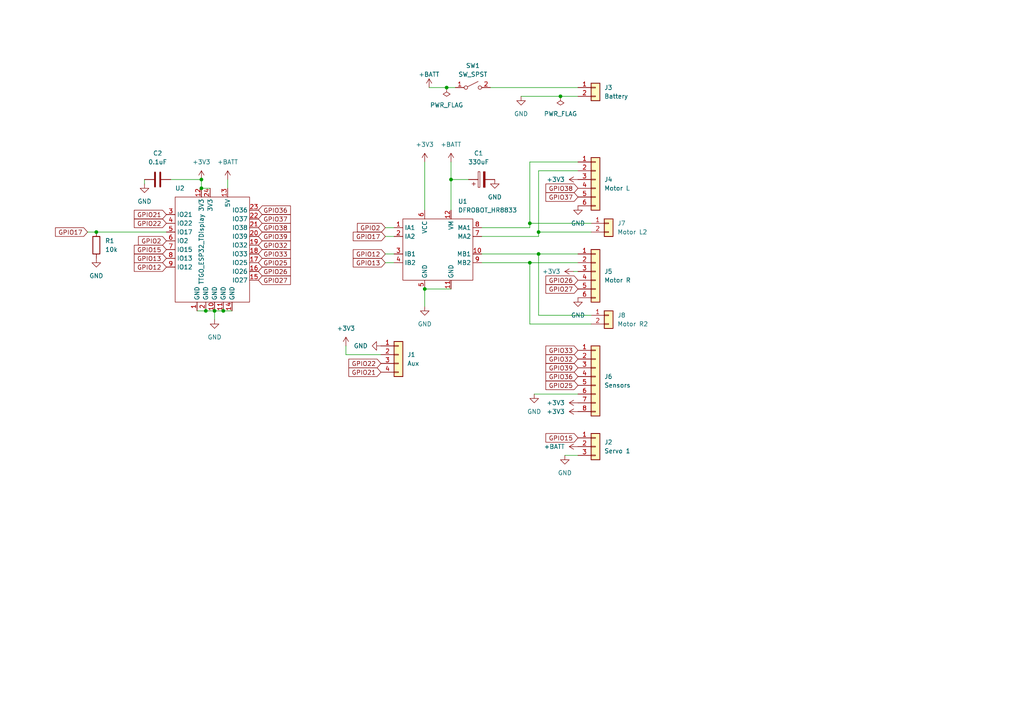
<source format=kicad_sch>
(kicad_sch (version 20211123) (generator eeschema)
  (paper "A4")
  (lib_symbols
    (symbol "Connector_Generic:Conn_01x02" (pin_names (offset 1.016) hide)
      (property "Reference" "J" (at 0 2.54 0))
      (property "Value" "Conn_01x02" (at 0 -5.08 0))
      (symbol "Conn_01x02_1_1"
        (rectangle (start -1.27 -2.413) (end 0 -2.667) (stroke (width 0.1524)))
        (rectangle (start -1.27 0.127) (end 0 -0.127) (stroke (width 0.1524)))
        (rectangle (start -1.27 1.27) (end 1.27 -3.81) (stroke (width 0.254)) (fill (type background)))
        (pin passive line (at -5.08 0 0) (length 3.81) (name "Pin_1") (number "1"))
        (pin passive line (at -5.08 -2.54 0) (length 3.81) (name "Pin_2") (number "2"))
      )
    )
    (symbol "Connector_Generic:Conn_01x03" (pin_names (offset 1.016) hide)
      (property "Reference" "J" (at 0 5.08 0))
      (property "Value" "Conn_01x03" (at 0 -5.08 0))
      (symbol "Conn_01x03_1_1"
        (rectangle (start -1.27 -2.413) (end 0 -2.667) (stroke (width 0.1524)))
        (rectangle (start -1.27 0.127) (end 0 -0.127) (stroke (width 0.1524)))
        (rectangle (start -1.27 2.667) (end 0 2.413) (stroke (width 0.1524)))
        (rectangle (start -1.27 3.81) (end 1.27 -3.81) (stroke (width 0.254)) (fill (type background)))
        (pin passive line (at -5.08 2.54 0) (length 3.81) (name "Pin_1") (number "1"))
        (pin passive line (at -5.08 0 0) (length 3.81) (name "Pin_2") (number "2"))
        (pin passive line (at -5.08 -2.54 0) (length 3.81) (name "Pin_3") (number "3"))
      )
    )
    (symbol "Connector_Generic:Conn_01x04" (pin_names (offset 1.016) hide)
      (property "Reference" "J" (at 0 5.08 0))
      (property "Value" "Conn_01x04" (at 0 -7.62 0))
      (symbol "Conn_01x04_1_1"
        (rectangle (start -1.27 -4.953) (end 0 -5.207) (stroke (width 0.1524)))
        (rectangle (start -1.27 -2.413) (end 0 -2.667) (stroke (width 0.1524)))
        (rectangle (start -1.27 0.127) (end 0 -0.127) (stroke (width 0.1524)))
        (rectangle (start -1.27 2.667) (end 0 2.413) (stroke (width 0.1524)))
        (rectangle (start -1.27 3.81) (end 1.27 -6.35) (stroke (width 0.254)) (fill (type background)))
        (pin passive line (at -5.08 2.54 0) (length 3.81) (name "Pin_1") (number "1"))
        (pin passive line (at -5.08 0 0) (length 3.81) (name "Pin_2") (number "2"))
        (pin passive line (at -5.08 -2.54 0) (length 3.81) (name "Pin_3") (number "3"))
        (pin passive line (at -5.08 -5.08 0) (length 3.81) (name "Pin_4") (number "4"))
      )
    )
    (symbol "Connector_Generic:Conn_01x06" (pin_names (offset 1.016) hide)
      (property "Reference" "J" (at 0 7.62 0))
      (property "Value" "Conn_01x06" (at 0 -10.16 0))
      (symbol "Conn_01x06_1_1"
        (rectangle (start -1.27 -7.493) (end 0 -7.747) (stroke (width 0.1524)))
        (rectangle (start -1.27 -4.953) (end 0 -5.207) (stroke (width 0.1524)))
        (rectangle (start -1.27 -2.413) (end 0 -2.667) (stroke (width 0.1524)))
        (rectangle (start -1.27 0.127) (end 0 -0.127) (stroke (width 0.1524)))
        (rectangle (start -1.27 2.667) (end 0 2.413) (stroke (width 0.1524)))
        (rectangle (start -1.27 5.207) (end 0 4.953) (stroke (width 0.1524)))
        (rectangle (start -1.27 6.35) (end 1.27 -8.89) (stroke (width 0.254)) (fill (type background)))
        (pin passive line (at -5.08 5.08 0) (length 3.81) (name "Pin_1") (number "1"))
        (pin passive line (at -5.08 2.54 0) (length 3.81) (name "Pin_2") (number "2"))
        (pin passive line (at -5.08 0 0) (length 3.81) (name "Pin_3") (number "3"))
        (pin passive line (at -5.08 -2.54 0) (length 3.81) (name "Pin_4") (number "4"))
        (pin passive line (at -5.08 -5.08 0) (length 3.81) (name "Pin_5") (number "5"))
        (pin passive line (at -5.08 -7.62 0) (length 3.81) (name "Pin_6") (number "6"))
      )
    )
    (symbol "Connector_Generic:Conn_01x08" (pin_names (offset 1.016) hide)
      (property "Reference" "J" (at 0 10.16 0))
      (property "Value" "Conn_01x08" (at 0 -12.7 0))
      (symbol "Conn_01x08_1_1"
        (rectangle (start -1.27 -10.033) (end 0 -10.287) (stroke (width 0.1524)))
        (rectangle (start -1.27 -7.493) (end 0 -7.747) (stroke (width 0.1524)))
        (rectangle (start -1.27 -4.953) (end 0 -5.207) (stroke (width 0.1524)))
        (rectangle (start -1.27 -2.413) (end 0 -2.667) (stroke (width 0.1524)))
        (rectangle (start -1.27 0.127) (end 0 -0.127) (stroke (width 0.1524)))
        (rectangle (start -1.27 2.667) (end 0 2.413) (stroke (width 0.1524)))
        (rectangle (start -1.27 5.207) (end 0 4.953) (stroke (width 0.1524)))
        (rectangle (start -1.27 7.747) (end 0 7.493) (stroke (width 0.1524)))
        (rectangle (start -1.27 8.89) (end 1.27 -11.43) (stroke (width 0.254)) (fill (type background)))
        (pin passive line (at -5.08 7.62 0) (length 3.81) (name "Pin_1") (number "1"))
        (pin passive line (at -5.08 5.08 0) (length 3.81) (name "Pin_2") (number "2"))
        (pin passive line (at -5.08 2.54 0) (length 3.81) (name "Pin_3") (number "3"))
        (pin passive line (at -5.08 0 0) (length 3.81) (name "Pin_4") (number "4"))
        (pin passive line (at -5.08 -2.54 0) (length 3.81) (name "Pin_5") (number "5"))
        (pin passive line (at -5.08 -5.08 0) (length 3.81) (name "Pin_6") (number "6"))
        (pin passive line (at -5.08 -7.62 0) (length 3.81) (name "Pin_7") (number "7"))
        (pin passive line (at -5.08 -10.16 0) (length 3.81) (name "Pin_8") (number "8"))
      )
    )
    (symbol "Device:C" (pin_numbers hide) (pin_names (offset 0.254))
      (property "Reference" "C" (at 0.635 2.54 0))
      (property "Value" "C" (at 0.635 -2.54 0))
      (symbol "C_0_1"
        (polyline (pts (xy -2.032 -0.762) (xy 2.032 -0.762)) (stroke (width 0.508)))
        (polyline (pts (xy -2.032 0.762) (xy 2.032 0.762)) (stroke (width 0.508)))
      )
      (symbol "C_1_1"
        (pin passive line (at 0 3.81 270) (length 2.794) (name "~") (number "1"))
        (pin passive line (at 0 -3.81 90) (length 2.794) (name "~") (number "2"))
      )
    )
    (symbol "Device:C_Polarized" (pin_numbers hide) (pin_names (offset 0.254))
      (property "Reference" "C" (at 0.635 2.54 0))
      (property "Value" "C_Polarized" (at 0.635 -2.54 0))
      (symbol "C_Polarized_0_1"
        (rectangle (start -2.286 0.508) (end 2.286 1.016))
        (polyline (pts (xy -1.778 2.286) (xy -0.762 2.286)))
        (polyline (pts (xy -1.27 2.794) (xy -1.27 1.778)))
        (rectangle (start 2.286 -0.508) (end -2.286 -1.016) (fill (type outline)))
      )
      (symbol "C_Polarized_1_1"
        (pin passive line (at 0 3.81 270) (length 2.794) (name "~") (number "1"))
        (pin passive line (at 0 -3.81 90) (length 2.794) (name "~") (number "2"))
      )
    )
    (symbol "Device:R" (pin_numbers hide) (pin_names (offset 0))
      (property "Reference" "R" (at 2.032 0 90))
      (property "Value" "R" (at 0 0 90))
      (symbol "R_0_1"
        (rectangle (start -1.016 -2.54) (end 1.016 2.54) (stroke (width 0.254)))
      )
      (symbol "R_1_1"
        (pin passive line (at 0 3.81 270) (length 1.27) (name "~") (number "1"))
        (pin passive line (at 0 -3.81 90) (length 1.27) (name "~") (number "2"))
      )
    )
    (symbol "Switch:SW_SPST" (pin_names (offset 0) hide)
      (property "Reference" "SW" (at 0 3.175 0))
      (property "Value" "SW_SPST" (at 0 -2.54 0))
      (symbol "SW_SPST_0_0"
        (circle (center -2.032 0) (radius 0.508))
        (polyline (pts (xy -1.524 0.254) (xy 1.524 1.778)))
        (circle (center 2.032 0) (radius 0.508))
      )
      (symbol "SW_SPST_1_1"
        (pin passive line (at -5.08 0 0) (length 2.54) (name "A") (number "1"))
        (pin passive line (at 5.08 0 180) (length 2.54) (name "B") (number "2"))
      )
    )
    (symbol "power:+3.3V" (power) (pin_names (offset 0))
      (property "Value" "+3.3V" (at 0 3.556 0))
      (symbol "+3.3V_0_1"
        (polyline (pts (xy -0.762 1.27) (xy 0 2.54)))
        (polyline (pts (xy 0 0) (xy 0 2.54)))
        (polyline (pts (xy 0 2.54) (xy 0.762 1.27)))
      )
      (symbol "+3.3V_1_1"
        (pin power_in line (at 0 0 90) (length 0) hide (name "+3V3") (number "1"))
      )
    )
    (symbol "power:+BATT" (power) (pin_names (offset 0))
      (property "Value" "+BATT" (at 0 3.556 0))
      (symbol "+BATT_0_1"
        (polyline (pts (xy -0.762 1.27) (xy 0 2.54)))
        (polyline (pts (xy 0 0) (xy 0 2.54)))
        (polyline (pts (xy 0 2.54) (xy 0.762 1.27)))
      )
      (symbol "+BATT_1_1"
        (pin power_in line (at 0 0 90) (length 0) hide (name "+BATT") (number "1"))
      )
    )
    (symbol "power:GND" (power) (pin_names (offset 0))
      (property "Value" "GND" (at 0 -3.81 0))
      (symbol "GND_0_1"
        (polyline (pts (xy 0 0) (xy 0 -1.27) (xy 1.27 -1.27) (xy 0 -2.54) (xy -1.27 -1.27) (xy 0 -1.27)))
      )
      (symbol "GND_1_1"
        (pin power_in line (at 0 0 270) (length 0) hide (name "GND") (number "1"))
      )
    )
    (symbol "power:PWR_FLAG" (power) (pin_numbers hide) (pin_names (offset 0) hide)
      (property "Value" "PWR_FLAG" (at 0 3.81 0))
      (symbol "PWR_FLAG_0_0"
        (pin power_out line (at 0 0 90) (length 0) (name "pwr") (number "1"))
      )
      (symbol "PWR_FLAG_0_1"
        (polyline (pts (xy 0 0) (xy 0 1.27) (xy -1.016 1.905) (xy 0 2.54) (xy 1.016 1.905) (xy 0 1.27)))
      )
    )
    (symbol "ttgo-tdisplay-kicad:DFROBOT_HR8833"
      (property "Reference" "U" (at 0 0 0))
      (property "Value" "DFROBOT_HR8833" (at 0 -8.89 0))
      (symbol "DFROBOT_HR8833_0_0"
        (pin input line (at -12.7 -3.81 0) (length 2.54) (name "IA1") (number "1"))
        (pin output line (at 12.7 -11.43 180) (length 2.54) (name "MB1") (number "10"))
        (pin power_in line (at 3.81 -21.59 90) (length 2.54) (name "GND") (number "11"))
        (pin power_in line (at 3.81 1.27 270) (length 2.54) (name "VM") (number "12"))
        (pin input line (at -12.7 -6.35 0) (length 2.54) (name "IA2") (number "2"))
        (pin input line (at -12.7 -11.43 0) (length 2.54) (name "IB1") (number "3"))
        (pin input line (at -12.7 -13.97 0) (length 2.54) (name "IB2") (number "4"))
        (pin power_in line (at -3.81 -21.59 90) (length 2.54) (name "GND") (number "5"))
        (pin power_in line (at -3.81 1.27 270) (length 2.54) (name "VCC") (number "6"))
        (pin output line (at 12.7 -6.35 180) (length 2.54) (name "MA2") (number "7"))
        (pin output line (at 12.7 -3.81 180) (length 2.54) (name "MA1") (number "8"))
        (pin output line (at 12.7 -13.97 180) (length 2.54) (name "MB2") (number "9"))
      )
      (symbol "DFROBOT_HR8833_0_1"
        (rectangle (start 10.16 -19.05) (end -10.16 -1.27))
      )
    )
    (symbol "ttgo-tdisplay-kicad:TTGO_ESP32_TDisplay"
      (property "Reference" "U" (at 1.27 5.08 0))
      (property "Value" "TTGO_ESP32_TDisplay" (at -2.54 3.81 90))
      (symbol "TTGO_ESP32_TDisplay_0_0"
        (pin power_in line (at -5.08 -13.97 90) (length 2.54) (name "GND") (number "1"))
        (pin power_in line (at 0 -13.97 90) (length 2.54) (name "GND") (number "10"))
        (pin power_in line (at 2.54 -13.97 90) (length 2.54) (name "GND") (number "11"))
        (pin power_out line (at -3.81 21.59 270) (length 2.54) (name "3V3") (number "12"))
        (pin power_in line (at 3.81 21.59 270) (length 2.54) (name "5V") (number "13"))
        (pin power_in line (at 5.08 -13.97 90) (length 2.54) (name "GND") (number "14"))
        (pin bidirectional line (at 12.7 -5.08 180) (length 2.54) (name "IO27") (number "15"))
        (pin bidirectional line (at 12.7 -2.54 180) (length 2.54) (name "IO26") (number "16"))
        (pin bidirectional line (at 12.7 0 180) (length 2.54) (name "IO25") (number "17"))
        (pin bidirectional line (at 12.7 2.54 180) (length 2.54) (name "IO33") (number "18"))
        (pin bidirectional line (at 12.7 5.08 180) (length 2.54) (name "IO32") (number "19"))
        (pin power_in line (at -2.54 -13.97 90) (length 2.54) (name "GND") (number "2"))
        (pin input line (at 12.7 7.62 180) (length 2.54) (name "IO39") (number "20"))
        (pin input line (at 12.7 10.16 180) (length 2.54) (name "IO38") (number "21"))
        (pin input line (at 12.7 12.7 180) (length 2.54) (name "IO37") (number "22"))
        (pin input line (at 12.7 15.24 180) (length 2.54) (name "IO36") (number "23"))
        (pin passive line (at -1.27 21.59 270) (length 2.54) (name "3V3") (number "24"))
        (pin bidirectional line (at -13.97 13.97 0) (length 2.54) (name "IO21") (number "3"))
        (pin bidirectional line (at -13.97 11.43 0) (length 2.54) (name "IO22") (number "4"))
        (pin bidirectional line (at -13.97 8.89 0) (length 2.54) (name "IO17") (number "5"))
        (pin bidirectional line (at -13.97 6.35 0) (length 2.54) (name "IO2") (number "6"))
        (pin bidirectional line (at -13.97 3.81 0) (length 2.54) (name "IO15") (number "7"))
        (pin bidirectional line (at -13.97 1.27 0) (length 2.54) (name "IO13") (number "8"))
        (pin bidirectional line (at -13.97 -1.27 0) (length 2.54) (name "IO12") (number "9"))
      )
      (symbol "TTGO_ESP32_TDisplay_0_1"
        (rectangle (start -11.43 19.05) (end 10.16 -11.43))
      )
    )
  )
  (junction (at 130.81 52.07))
  (junction (at 27.94 67.31))
  (junction (at 153.67 64.77))
  (junction (at 58.42 52.07))
  (junction (at 153.67 76.2))
  (junction (at 156.21 67.31))
  (junction (at 162.56 27.94))
  (junction (at 123.19 83.82))
  (junction (at 62.23 90.17))
  (junction (at 129.54 25.4))
  (junction (at 156.21 73.66))
  (junction (at 59.69 90.17))
  (junction (at 64.77 90.17))
  (junction (at 58.42 54.61))
  (wire (pts (xy 139.7 76.2) (xy 153.67 76.2)))
  (wire (pts (xy 129.54 25.4) (xy 124.46 25.4)))
  (wire (pts (xy 153.67 46.99) (xy 167.64 46.99)))
  (wire (pts (xy 59.69 90.17) (xy 62.23 90.17)))
  (wire (pts (xy 162.56 27.94) (xy 151.13 27.94)))
  (wire (pts (xy 153.67 64.77) (xy 171.45 64.77)))
  (wire (pts (xy 62.23 90.17) (xy 62.23 92.71)))
  (wire (pts (xy 153.67 76.2) (xy 167.64 76.2)))
  (wire (pts (xy 64.77 90.17) (xy 67.31 90.17)))
  (wire (pts (xy 139.7 66.04) (xy 153.67 66.04)))
  (wire (pts (xy 62.23 90.17) (xy 64.77 90.17)))
  (wire (pts (xy 154.94 114.3) (xy 167.64 114.3)))
  (wire (pts (xy 57.15 90.17) (xy 59.69 90.17)))
  (wire (pts (xy 156.21 91.44) (xy 171.45 91.44)))
  (wire (pts (xy 130.81 46.99) (xy 130.81 52.07)))
  (wire (pts (xy 156.21 73.66) (xy 167.64 73.66)))
  (wire (pts (xy 156.21 67.31) (xy 171.45 67.31)))
  (wire (pts (xy 130.81 52.07) (xy 130.81 60.96)))
  (wire (pts (xy 139.7 73.66) (xy 156.21 73.66)))
  (wire (pts (xy 153.67 93.98) (xy 171.45 93.98)))
  (wire (pts (xy 142.24 25.4) (xy 167.64 25.4)))
  (wire (pts (xy 156.21 67.31) (xy 156.21 68.58)))
  (wire (pts (xy 166.37 78.74) (xy 167.64 78.74)))
  (wire (pts (xy 156.21 49.53) (xy 156.21 67.31)))
  (wire (pts (xy 132.08 25.4) (xy 129.54 25.4)))
  (wire (pts (xy 100.33 100.33) (xy 100.33 102.87)))
  (wire (pts (xy 58.42 52.07) (xy 58.42 54.61)))
  (wire (pts (xy 111.76 66.04) (xy 114.3 66.04)))
  (wire (pts (xy 135.89 52.07) (xy 130.81 52.07)))
  (wire (pts (xy 25.4 67.31) (xy 27.94 67.31)))
  (wire (pts (xy 111.76 76.2) (xy 114.3 76.2)))
  (wire (pts (xy 111.76 68.58) (xy 114.3 68.58)))
  (wire (pts (xy 123.19 46.99) (xy 123.19 60.96)))
  (wire (pts (xy 153.67 64.77) (xy 153.67 46.99)))
  (wire (pts (xy 58.42 54.61) (xy 60.96 54.61)))
  (wire (pts (xy 111.76 73.66) (xy 114.3 73.66)))
  (wire (pts (xy 41.91 52.07) (xy 41.91 53.34)))
  (wire (pts (xy 153.67 66.04) (xy 153.67 64.77)))
  (wire (pts (xy 49.53 52.07) (xy 58.42 52.07)))
  (wire (pts (xy 66.04 52.07) (xy 66.04 54.61)))
  (wire (pts (xy 123.19 83.82) (xy 130.81 83.82)))
  (wire (pts (xy 139.7 68.58) (xy 156.21 68.58)))
  (wire (pts (xy 156.21 73.66) (xy 156.21 91.44)))
  (wire (pts (xy 167.64 27.94) (xy 162.56 27.94)))
  (wire (pts (xy 167.64 132.08) (xy 163.83 132.08)))
  (wire (pts (xy 123.19 88.9) (xy 123.19 83.82)))
  (wire (pts (xy 27.94 67.31) (xy 48.26 67.31)))
  (wire (pts (xy 153.67 76.2) (xy 153.67 93.98)))
  (wire (pts (xy 100.33 102.87) (xy 110.49 102.87)))
  (wire (pts (xy 156.21 49.53) (xy 167.64 49.53)))
  (global_label "GPIO17" (shape input) (at 25.4 67.31 180) (property "Intersheet References" "${INTERSHEET_REFS}" (effects hide)))
  (global_label "GPIO33" (shape input) (at 167.64 101.6 180) (property "Intersheet References" "${INTERSHEET_REFS}" (effects hide)))
  (global_label "GPIO38" (shape input) (at 167.64 54.61 180) (property "Intersheet References" "${INTERSHEET_REFS}" (effects hide)))
  (global_label "GPIO37" (shape input) (at 167.64 57.15 180) (property "Intersheet References" "${INTERSHEET_REFS}" (effects hide)))
  (global_label "GPIO25" (shape input) (at 74.93 76.2 0) (property "Intersheet References" "${INTERSHEET_REFS}" (effects hide)))
  (global_label "GPIO32" (shape input) (at 74.93 71.12 0) (property "Intersheet References" "${INTERSHEET_REFS}" (effects hide)))
  (global_label "GPIO21" (shape input) (at 110.49 107.95 180) (property "Intersheet References" "${INTERSHEET_REFS}" (effects hide)))
  (global_label "GPIO33" (shape input) (at 74.93 73.66 0) (property "Intersheet References" "${INTERSHEET_REFS}" (effects hide)))
  (global_label "GPIO2" (shape input) (at 111.76 66.04 180) (property "Intersheet References" "${INTERSHEET_REFS}" (effects hide)))
  (global_label "GPIO32" (shape input) (at 167.64 104.14 180) (property "Intersheet References" "${INTERSHEET_REFS}" (effects hide)))
  (global_label "GPIO37" (shape input) (at 74.93 63.5 0) (property "Intersheet References" "${INTERSHEET_REFS}" (effects hide)))
  (global_label "GPIO26" (shape input) (at 167.64 81.28 180) (property "Intersheet References" "${INTERSHEET_REFS}" (effects hide)))
  (global_label "GPIO39" (shape input) (at 167.64 106.68 180) (property "Intersheet References" "${INTERSHEET_REFS}" (effects hide)))
  (global_label "GPIO15" (shape input) (at 167.64 127 180) (property "Intersheet References" "${INTERSHEET_REFS}" (effects hide)))
  (global_label "GPIO27" (shape input) (at 74.93 81.28 0) (property "Intersheet References" "${INTERSHEET_REFS}" (effects hide)))
  (global_label "GPIO15" (shape input) (at 48.26 72.39 180) (property "Intersheet References" "${INTERSHEET_REFS}" (effects hide)))
  (global_label "GPIO39" (shape input) (at 74.93 68.58 0) (property "Intersheet References" "${INTERSHEET_REFS}" (effects hide)))
  (global_label "GPIO36" (shape input) (at 167.64 109.22 180) (property "Intersheet References" "${INTERSHEET_REFS}" (effects hide)))
  (global_label "GPIO17" (shape input) (at 111.76 68.58 180) (property "Intersheet References" "${INTERSHEET_REFS}" (effects hide)))
  (global_label "GPIO27" (shape input) (at 167.64 83.82 180) (property "Intersheet References" "${INTERSHEET_REFS}" (effects hide)))
  (global_label "GPIO2" (shape input) (at 48.26 69.85 180) (property "Intersheet References" "${INTERSHEET_REFS}" (effects hide)))
  (global_label "GPIO12" (shape input) (at 111.76 73.66 180) (property "Intersheet References" "${INTERSHEET_REFS}" (effects hide)))
  (global_label "GPIO22" (shape input) (at 110.49 105.41 180) (property "Intersheet References" "${INTERSHEET_REFS}" (effects hide)))
  (global_label "GPIO38" (shape input) (at 74.93 66.04 0) (property "Intersheet References" "${INTERSHEET_REFS}" (effects hide)))
  (global_label "GPIO12" (shape input) (at 48.26 77.47 180) (property "Intersheet References" "${INTERSHEET_REFS}" (effects hide)))
  (global_label "GPIO22" (shape input) (at 48.26 64.77 180) (property "Intersheet References" "${INTERSHEET_REFS}" (effects hide)))
  (global_label "GPIO21" (shape input) (at 48.26 62.23 180) (property "Intersheet References" "${INTERSHEET_REFS}" (effects hide)))
  (global_label "GPIO25" (shape input) (at 167.64 111.76 180) (property "Intersheet References" "${INTERSHEET_REFS}" (effects hide)))
  (global_label "GPIO13" (shape input) (at 48.26 74.93 180) (property "Intersheet References" "${INTERSHEET_REFS}" (effects hide)))
  (global_label "GPIO13" (shape input) (at 111.76 76.2 180) (property "Intersheet References" "${INTERSHEET_REFS}" (effects hide)))
  (global_label "GPIO26" (shape input) (at 74.93 78.74 0) (property "Intersheet References" "${INTERSHEET_REFS}" (effects hide)))
  (global_label "GPIO36" (shape input) (at 74.93 60.96 0) (property "Intersheet References" "${INTERSHEET_REFS}" (effects hide)))
  (symbol (lib_id "power:+BATT") (at 130.81 46.99 0) (unit 1)
    (property "Reference" "#PWR0113" (effects hide))
    (property "Value" "+BATT" (at 130.81 41.91 0))
  )
  (symbol (lib_id "power:+3.3V") (at 167.64 52.07 90) (unit 1)
    (property "Reference" "#PWR0115" (effects hide))
    (property "Value" "+3.3V" (at 163.83 52.0699 90) (effects (justify left)))
  )
  (symbol (lib_id "power:+3.3V") (at 100.33 100.33 0) (unit 1)
    (property "Reference" "#PWR0111" (effects hide))
    (property "Value" "+3.3V" (at 100.33 95.25 0))
  )
  (symbol (lib_id "Switch:SW_SPST") (at 137.16 25.4 0) (unit 1)
    (property "Reference" "SW1" (at 137.16 19.05 0))
    (property "Value" "SW_SPST" (at 137.16 21.59 0))
    (property "Footprint" "Button_Switch_THT:SW_Slide_1P2T_CK_OS102011MS2Q" (effects hide))
  )
  (symbol (lib_id "Connector_Generic:Conn_01x08") (at 172.72 109.22 0) (unit 1)
    (property "Reference" "J6" (at 175.26 109.2199 0) (effects (justify left)))
    (property "Value" "Sensors" (at 175.26 111.7599 0) (effects (justify left)))
    (property "Footprint" "Connector_JST:JST_PH_S8B-PH-K_1x08_P2.00mm_Horizontal" (effects hide))
  )
  (symbol (lib_id "power:GND") (at 163.83 132.08 0) (unit 1)
    (property "Reference" "#PWR0106" (effects hide))
    (property "Value" "GND" (at 163.83 137.16 0))
  )
  (symbol (lib_id "Device:C_Polarized") (at 139.7 52.07 90) (unit 1)
    (property "Reference" "C1" (at 138.811 44.45 90))
    (property "Value" "330uF" (at 138.811 46.99 90))
    (property "Footprint" "Capacitor_THT:CP_Radial_D6.3mm_P2.50mm" (effects hide))
  )
  (symbol (lib_id "power:GND") (at 41.91 53.34 0) (unit 1)
    (property "Reference" "#PWR01" (effects hide))
    (property "Value" "GND" (at 41.91 58.42 0))
  )
  (symbol (lib_id "power:PWR_FLAG") (at 129.54 25.4 180) (unit 1)
    (property "Reference" "#FLG0101" (effects hide))
    (property "Value" "PWR_FLAG" (at 129.54 30.48 0))
  )
  (symbol (lib_id "power:GND") (at 110.49 100.33 270) (unit 1)
    (property "Reference" "#PWR0110" (effects hide))
    (property "Value" "GND" (at 106.68 100.3299 90) (effects (justify right)))
  )
  (symbol (lib_id "power:+BATT") (at 167.64 129.54 90) (unit 1)
    (property "Reference" "#PWR0107" (effects hide))
    (property "Value" "+BATT" (at 163.83 129.5399 90) (effects (justify left)))
  )
  (symbol (lib_id "power:GND") (at 167.64 86.36 0) (unit 1)
    (property "Reference" "#PWR0109" (effects hide))
    (property "Value" "GND" (at 167.64 91.44 0))
  )
  (symbol (lib_id "Connector_Generic:Conn_01x04") (at 115.57 102.87 0) (unit 1)
    (property "Reference" "J1" (at 118.11 102.8699 0) (effects (justify left)))
    (property "Value" "Aux" (at 118.11 105.4099 0) (effects (justify left)))
    (property "Footprint" "Connector_PinHeader_2.54mm:PinHeader_1x04_P2.54mm_Vertical" (effects hide))
  )
  (symbol (lib_id "Connector_Generic:Conn_01x06") (at 172.72 78.74 0) (unit 1)
    (property "Reference" "J5" (at 175.26 78.7399 0) (effects (justify left)))
    (property "Value" "Motor R" (at 175.26 81.2799 0) (effects (justify left)))
    (property "Footprint" "Connector_JST:JST_PH_B6B-PH-K_1x06_P2.00mm_Vertical" (effects hide))
  )
  (symbol (lib_id "power:GND") (at 123.19 88.9 0) (unit 1)
    (property "Reference" "#PWR0105" (effects hide))
    (property "Value" "GND" (at 123.19 93.98 0))
  )
  (symbol (lib_id "power:+3.3V") (at 167.64 119.38 90) (unit 1)
    (property "Reference" "#PWR0118" (effects hide))
    (property "Value" "+3.3V" (at 163.83 119.3799 90) (effects (justify left)))
  )
  (symbol (lib_id "power:GND") (at 151.13 27.94 0) (unit 1)
    (property "Reference" "#PWR0117" (effects hide))
    (property "Value" "GND" (at 151.13 33.02 0))
  )
  (symbol (lib_id "Device:R") (at 27.94 71.12 0) (unit 1)
    (property "Reference" "R1" (at 30.48 69.8499 0) (effects (justify left)))
    (property "Value" "10k" (at 30.48 72.3899 0) (effects (justify left)))
    (property "Footprint" "Resistor_THT:R_Axial_DIN0207_L6.3mm_D2.5mm_P7.62mm_Horizontal" (effects hide))
  )
  (symbol (lib_id "power:GND") (at 143.51 52.07 0) (unit 1)
    (property "Reference" "#PWR0121" (effects hide))
    (property "Value" "GND" (at 143.51 57.15 0))
  )
  (symbol (lib_id "Connector_Generic:Conn_01x02") (at 176.53 91.44 0) (unit 1)
    (property "Reference" "J8" (at 179.07 91.4399 0) (effects (justify left)))
    (property "Value" "Motor R2" (at 179.07 93.9799 0) (effects (justify left)))
    (property "Footprint" "Connector_PinHeader_1.27mm:PinHeader_1x02_P1.27mm_Vertical" (effects hide))
  )
  (symbol (lib_id "Device:C") (at 45.72 52.07 90) (unit 1)
    (property "Reference" "C2" (at 45.72 44.45 90))
    (property "Value" "0.1uF" (at 45.72 46.99 90))
    (property "Footprint" "Capacitor_THT:C_Axial_L3.8mm_D2.6mm_P7.50mm_Horizontal" (effects hide))
  )
  (symbol (lib_id "power:GND") (at 167.64 59.69 0) (unit 1)
    (property "Reference" "#PWR0116" (effects hide))
    (property "Value" "GND" (at 167.64 64.77 0))
  )
  (symbol (lib_id "power:GND") (at 27.94 74.93 0) (unit 1)
    (property "Reference" "#PWR0104" (effects hide))
    (property "Value" "GND" (at 27.94 80.01 0))
  )
  (symbol (lib_id "Connector_Generic:Conn_01x03") (at 172.72 129.54 0) (unit 1)
    (property "Reference" "J2" (at 175.26 128.2699 0) (effects (justify left)))
    (property "Value" "Servo 1" (at 175.26 130.8099 0) (effects (justify left)))
    (property "Footprint" "Connector_PinHeader_2.54mm:PinHeader_1x03_P2.54mm_Vertical" (effects hide))
  )
  (symbol (lib_id "Connector_Generic:Conn_01x02") (at 176.53 64.77 0) (unit 1)
    (property "Reference" "J7" (at 179.07 64.7699 0) (effects (justify left)))
    (property "Value" "Motor L2" (at 179.07 67.3099 0) (effects (justify left)))
    (property "Footprint" "Connector_PinHeader_1.27mm:PinHeader_1x02_P1.27mm_Vertical" (effects hide))
  )
  (symbol (lib_id "power:+3.3V") (at 123.19 46.99 0) (unit 1)
    (property "Reference" "#PWR0112" (effects hide))
    (property "Value" "+3.3V" (at 123.19 41.91 0))
  )
  (symbol (lib_id "power:+3.3V") (at 58.42 52.07 0) (unit 1)
    (property "Reference" "#PWR0102" (effects hide))
    (property "Value" "+3.3V" (at 58.42 46.99 0))
  )
  (symbol (lib_id "power:GND") (at 154.94 114.3 0) (unit 1)
    (property "Reference" "#PWR0119" (effects hide))
    (property "Value" "GND" (at 154.94 119.38 0))
  )
  (symbol (lib_id "ttgo-tdisplay-kicad:DFROBOT_HR8833") (at 127 62.23 0) (unit 1)
    (property "Reference" "U1" (at 132.8294 58.42 0) (effects (justify left)))
    (property "Value" "DFROBOT_HR8833" (at 132.8294 60.96 0) (effects (justify left)))
    (property "Footprint" "ttgo-tdisplay-kicad:DFROBOT_HR8833" (effects hide))
  )
  (symbol (lib_id "power:PWR_FLAG") (at 162.56 27.94 180) (unit 1)
    (property "Reference" "#FLG0102" (effects hide))
    (property "Value" "PWR_FLAG" (at 162.56 33.02 0))
  )
  (symbol (lib_id "power:+3.3V") (at 166.37 78.74 90) (unit 1)
    (property "Reference" "#PWR0108" (effects hide))
    (property "Value" "+3.3V" (at 162.56 78.7399 90) (effects (justify left)))
  )
  (symbol (lib_id "ttgo-tdisplay-kicad:TTGO_ESP32_TDisplay") (at 62.23 76.2 0) (unit 1)
    (property "Reference" "U2" (at 50.8 54.61 0) (effects (justify left)))
    (property "Value" "TTGO_ESP32_TDisplay" (at 58.42 82.55 90) (effects (justify left)))
    (property "Footprint" "ttgo-tdisplay-kicad:TTGO_ESP32_TDisplay_New" (effects hide))
  )
  (symbol (lib_id "power:+BATT") (at 124.46 25.4 0) (unit 1)
    (property "Reference" "#PWR0114" (effects hide))
    (property "Value" "+BATT" (at 124.46 21.59 0))
  )
  (symbol (lib_id "Connector_Generic:Conn_01x02") (at 172.72 25.4 0) (unit 1)
    (property "Reference" "J3" (at 175.26 25.3999 0) (effects (justify left)))
    (property "Value" "Battery" (at 175.26 27.9399 0) (effects (justify left)))
    (property "Footprint" "Connector_Molex:Molex_KK-254_AE-6410-02A_1x02_P2.54mm_Vertical" (effects hide))
  )
  (symbol (lib_id "power:GND") (at 62.23 92.71 0) (unit 1)
    (property "Reference" "#PWR0101" (effects hide))
    (property "Value" "GND" (at 62.23 97.79 0))
  )
  (symbol (lib_id "power:+3.3V") (at 167.64 116.84 90) (unit 1)
    (property "Reference" "#PWR0120" (effects hide))
    (property "Value" "+3.3V" (at 163.83 116.8399 90) (effects (justify left)))
  )
  (symbol (lib_id "power:+BATT") (at 66.04 52.07 0) (unit 1)
    (property "Reference" "#PWR0103" (effects hide))
    (property "Value" "+BATT" (at 66.04 46.99 0))
  )
  (symbol (lib_id "Connector_Generic:Conn_01x06") (at 172.72 52.07 0) (unit 1)
    (property "Reference" "J4" (at 175.26 52.0699 0) (effects (justify left)))
    (property "Value" "Motor L" (at 175.26 54.6099 0) (effects (justify left)))
    (property "Footprint" "Connector_JST:JST_PH_B6B-PH-K_1x06_P2.00mm_Vertical" (effects hide))
  )
)
</source>
